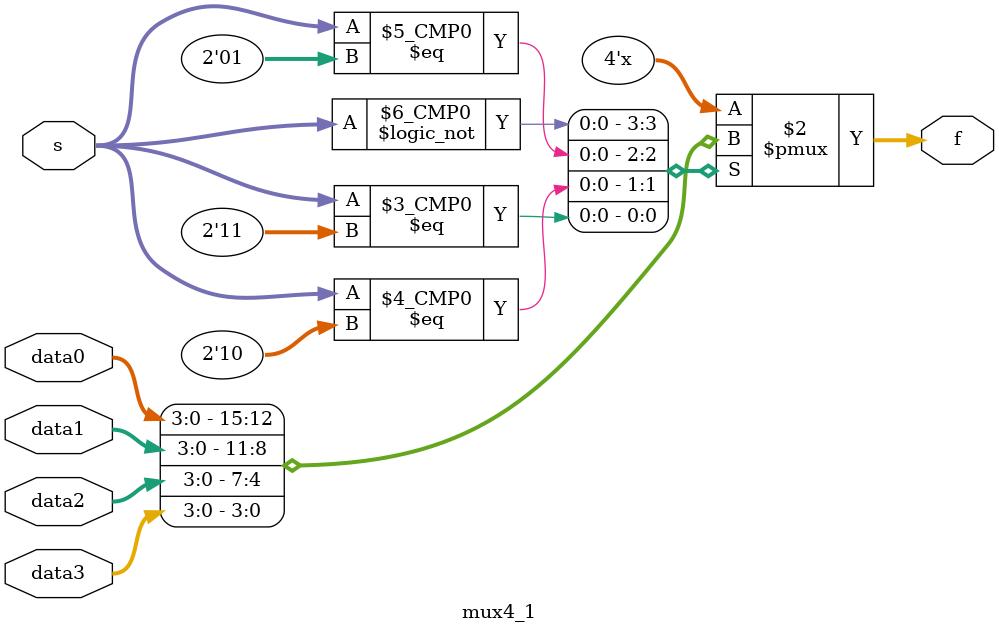
<source format=sv>
`timescale 1ns / 1ps


module mux4_1 #(parameter width=4)(
        input logic [width-1:0] data0,
        input logic [width-1:0] data1,
        input logic [width-1:0] data2,
        input logic [width-1:0] data3,
        input logic [1:0] s,
        output logic [width-1:0] f
    );
 
 always@(*)begin 
        case(s)
            2'b00: f =data0;
            2'b01: f =data1;
            2'b10: f =data2;
            2'b11: f =data3;
        endcase
    end
endmodule

</source>
